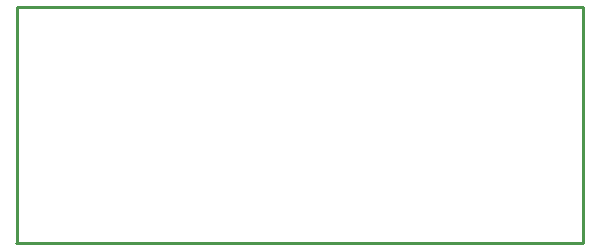
<source format=gtp>
G04*
G04 #@! TF.GenerationSoftware,Altium Limited,Altium Designer,19.0.15 (446)*
G04*
G04 Layer_Color=8421504*
%FSLAX25Y25*%
%MOIN*%
G70*
G01*
G75*
%ADD11C,0.01000*%
D11*
X362106Y391929D02*
Y470079D01*
X361811Y391634D02*
X362106Y391929D01*
X361811Y391634D02*
X550886D01*
X550886Y391634D01*
Y470079D01*
X362106D02*
X550886D01*
M02*

</source>
